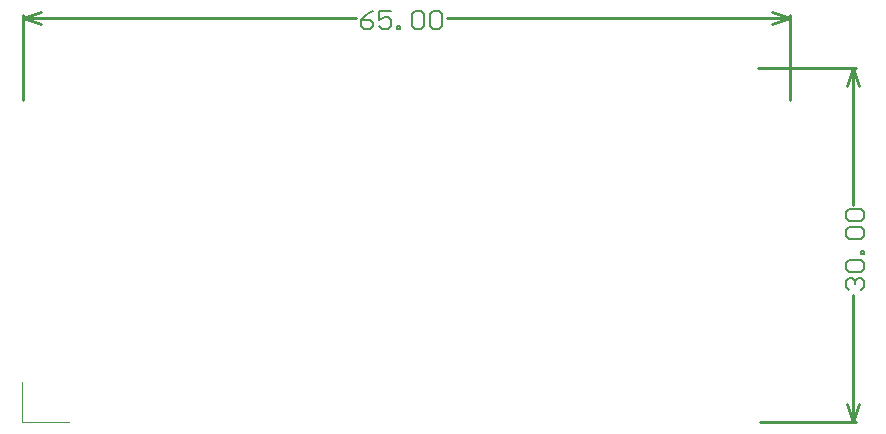
<source format=gm1>
G04*
G04 #@! TF.GenerationSoftware,Altium Limited,Altium Designer,19.0.14 (431)*
G04*
G04 Layer_Color=16711935*
%FSAX25Y25*%
%MOIN*%
G70*
G01*
G75*
%ADD11C,0.00394*%
%ADD13C,0.01000*%
%ADD139C,0.00600*%
D11*
X0107439Y0108516D02*
Y0121861D01*
Y0108516D02*
X0122913D01*
D13*
X0384370Y0226705D02*
X0386370Y0220705D01*
X0382370D02*
X0384370Y0226705D01*
X0382370Y0114594D02*
X0384370Y0108595D01*
X0386370Y0114594D01*
X0384370Y0181145D02*
Y0226705D01*
Y0108595D02*
Y0150954D01*
X0352890Y0226705D02*
X0385370D01*
X0353480Y0108595D02*
X0385370D01*
X0107598Y0243240D02*
X0113598Y0245240D01*
X0107598Y0243240D02*
X0113598Y0241240D01*
X0357504D02*
X0363504Y0243240D01*
X0357504Y0245240D02*
X0363504Y0243240D01*
X0107598D02*
X0218856D01*
X0249047D02*
X0363504D01*
X0107598Y0216091D02*
Y0244240D01*
X0363504Y0216091D02*
Y0244240D01*
D139*
X0382971Y0152554D02*
X0381971Y0153554D01*
Y0155553D01*
X0382971Y0156553D01*
X0383970D01*
X0384970Y0155553D01*
Y0154553D01*
Y0155553D01*
X0385970Y0156553D01*
X0386969D01*
X0387969Y0155553D01*
Y0153554D01*
X0386969Y0152554D01*
X0382971Y0158552D02*
X0381971Y0159552D01*
Y0161551D01*
X0382971Y0162551D01*
X0386969D01*
X0387969Y0161551D01*
Y0159552D01*
X0386969Y0158552D01*
X0382971D01*
X0387969Y0164550D02*
X0386969D01*
Y0165550D01*
X0387969D01*
Y0164550D01*
X0382971Y0169548D02*
X0381971Y0170548D01*
Y0172547D01*
X0382971Y0173547D01*
X0386969D01*
X0387969Y0172547D01*
Y0170548D01*
X0386969Y0169548D01*
X0382971D01*
Y0175547D02*
X0381971Y0176546D01*
Y0178546D01*
X0382971Y0179545D01*
X0386969D01*
X0387969Y0178546D01*
Y0176546D01*
X0386969Y0175547D01*
X0382971D01*
X0224454Y0245639D02*
X0222455Y0244639D01*
X0220456Y0242640D01*
Y0240641D01*
X0221455Y0239641D01*
X0223455D01*
X0224454Y0240641D01*
Y0241640D01*
X0223455Y0242640D01*
X0220456D01*
X0230452Y0245639D02*
X0226454D01*
Y0242640D01*
X0228453Y0243640D01*
X0229453D01*
X0230452Y0242640D01*
Y0240641D01*
X0229453Y0239641D01*
X0227453D01*
X0226454Y0240641D01*
X0232452Y0239641D02*
Y0240641D01*
X0233451D01*
Y0239641D01*
X0232452D01*
X0237450Y0244639D02*
X0238450Y0245639D01*
X0240449D01*
X0241449Y0244639D01*
Y0240641D01*
X0240449Y0239641D01*
X0238450D01*
X0237450Y0240641D01*
Y0244639D01*
X0243448D02*
X0244448Y0245639D01*
X0246447D01*
X0247447Y0244639D01*
Y0240641D01*
X0246447Y0239641D01*
X0244448D01*
X0243448Y0240641D01*
Y0244639D01*
M02*

</source>
